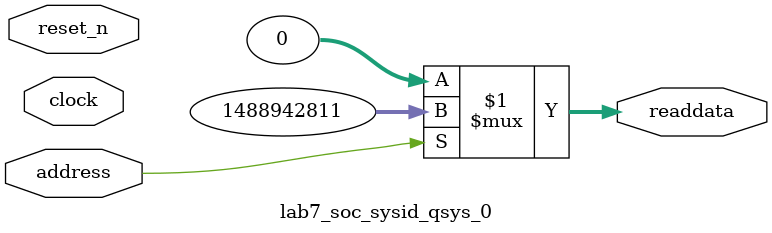
<source format=v>

`timescale 1ns / 1ps
// synthesis translate_on

// turn off superfluous verilog processor warnings 
// altera message_level Level1 
// altera message_off 10034 10035 10036 10037 10230 10240 10030 

module lab7_soc_sysid_qsys_0 (
               // inputs:
                address,
                clock,
                reset_n,

               // outputs:
                readdata
             )
;

  output  [ 31: 0] readdata;
  input            address;
  input            clock;
  input            reset_n;

  wire    [ 31: 0] readdata;
  //control_slave, which is an e_avalon_slave
  assign readdata = address ? 1488942811 : 0;

endmodule




</source>
